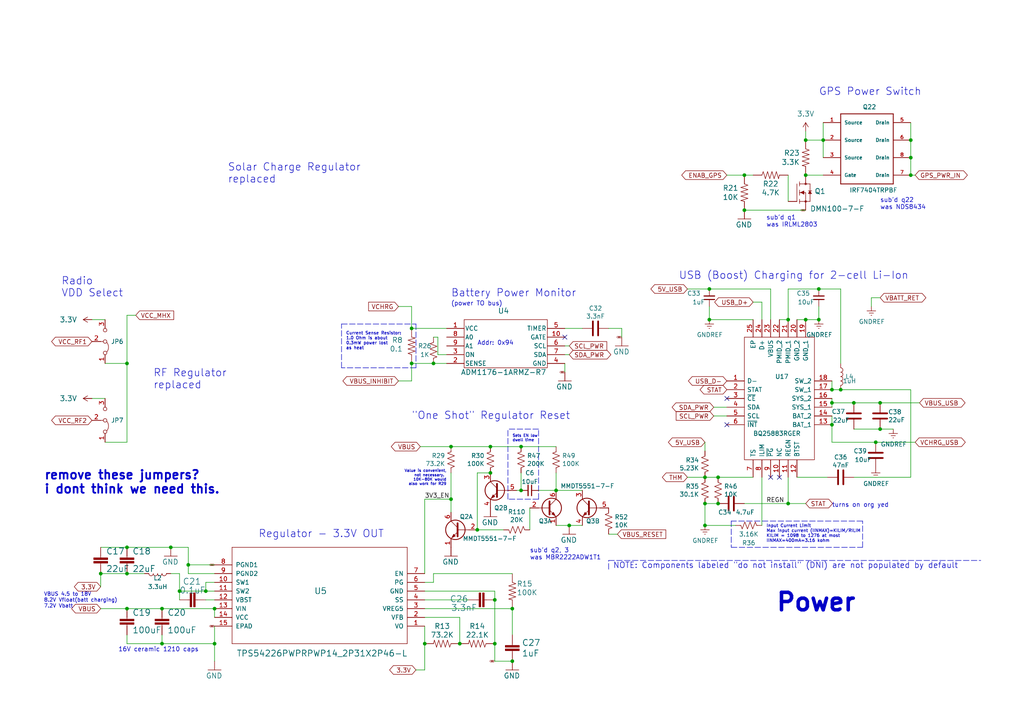
<source format=kicad_sch>
(kicad_sch (version 20211123) (generator eeschema)
  (paper "A4")
  (title_block (title "PyCubed Mainboard") (date "2021-06-09") (rev "v05c") (company "Max Holliday"))
  (lib_symbols
    (symbol "mainboard-rescue:C-Device-mainboard-rescue" (pin_numbers hide) (pin_names (offset 0.254))
      (property "Reference" "C" (at 0.635 2.54 0))
      (property "Value" "C-Device-mainboard-rescue" (at 0.635 -2.54 0))
      (symbol "C-Device-mainboard-rescue_1_1"
        (pin passive line (at 0 3.81 270) (length 2.794) (name "~") (number "1"))
        (pin passive line (at 0 -3.81 90) (length 2.794) (name "~") (number "2"))
      )
    )
    (symbol "mainboard-rescue:C_Small-Device-mainboard-rescue" (pin_numbers hide) (pin_names (offset 0.254) hide)
      (property "Reference" "C" (at 0.254 1.778 0))
      (property "Value" "C_Small-Device-mainboard-rescue" (at 0.254 -2.032 0))
      (symbol "C_Small-Device-mainboard-rescue_1_1"
        (pin passive line (at 0 2.54 270) (length 2.032) (name "~") (number "1"))
        (pin passive line (at 0 -2.54 90) (length 2.032) (name "~") (number "2"))
      )
    )
    (symbol "mainboard-rescue:GNDREF-power-mainboard-rescue" (power) (pin_names (offset 0))
      (property "Value" "GNDREF-power-mainboard-rescue" (at 0 -3.81 0))
      (symbol "GNDREF-power-mainboard-rescue_1_1"
        (pin power_in line (at 0 0 270) (length 0) hide (name "GNDREF") (number "1"))
      )
    )
    (symbol "mainboard-rescue:Jumper_3_Bridged12-Jumper-mainboard-rescue" (pin_names (offset 0) hide)
      (property "Reference" "JP" (at -2.54 -2.54 0))
      (property "Value" "Jumper_3_Bridged12-Jumper-mainboard-rescue" (at 0 2.794 0))
      (symbol "Jumper_3_Bridged12-Jumper-mainboard-rescue_1_1"
        (pin passive line (at -6.35 0 0) (length 2.54) (name "A") (number "1"))
        (pin input line (at 0 -3.81 90) (length 2.54) (name "C") (number "2"))
        (pin passive line (at 6.35 0 180) (length 2.54) (name "B") (number "3"))
      )
    )
    (symbol "mainboard-rescue:L-Device-mainboard-rescue" (pin_numbers hide) (pin_names (offset 1.016) hide)
      (property "Reference" "L" (at -1.27 0 90))
      (property "Value" "L-Device-mainboard-rescue" (at 1.905 0 90))
      (symbol "L-Device-mainboard-rescue_1_1"
        (pin passive line (at 0 3.81 270) (length 1.27) (name "1") (number "1"))
        (pin passive line (at 0 -3.81 90) (length 1.27) (name "2") (number "2"))
      )
    )
    (symbol "mainboard-rescue:MBT2222ADW1T1-Transistor_BJT-mainboard-rescue" (pin_names (offset 0) hide)
      (property "Reference" "Q" (at 5.08 1.27 0))
      (property "Value" "MBT2222ADW1T1-Transistor_BJT-mainboard-rescue" (at 5.08 -1.27 0))
      (symbol "MBT2222ADW1T1-Transistor_BJT-mainboard-rescue_1_1"
        (pin passive line (at 2.54 -5.08 90) (length 2.54) (name "E1") (number "1"))
        (pin input line (at -5.08 0 0) (length 2.54) (name "B1") (number "2"))
        (pin passive line (at 2.54 5.08 270) (length 2.54) (name "C1") (number "6"))
      )
      (symbol "MBT2222ADW1T1-Transistor_BJT-mainboard-rescue_2_1"
        (pin passive line (at 2.54 5.08 270) (length 2.54) (name "C2") (number "3"))
        (pin passive line (at 2.54 -5.08 90) (length 2.54) (name "E2") (number "4"))
        (pin input line (at -5.08 0 0) (length 2.54) (name "B2") (number "5"))
      )
    )
    (symbol "mainboard-rescue:R_US-Device-mainboard-rescue" (pin_numbers hide) (pin_names (offset 0))
      (property "Reference" "R" (at 2.54 0 90))
      (property "Value" "R_US-Device-mainboard-rescue" (at -2.54 0 90))
      (symbol "R_US-Device-mainboard-rescue_1_1"
        (pin passive line (at 0 3.81 270) (length 1.27) (name "~") (number "1"))
        (pin passive line (at 0 -3.81 90) (length 1.27) (name "~") (number "2"))
      )
    )
    (symbol "mainboard:1.0UF-0603-16V-10%" (pin_names (offset 1.016))
      (property "Reference" "C" (at 1.524 2.921 0))
      (property "Value" "1.0UF-0603-16V-10%" (at 1.524 -2.159 0))
      (symbol "1.0UF-0603-16V-10%_1_0"
        (pin passive line (at 0 5.08 270) (length 2.54) (name "1") (number "1"))
        (pin passive line (at 0 -2.54 90) (length 2.54) (name "2") (number "2"))
      )
    )
    (symbol "mainboard:22UF-0805-6.3V-20%" (pin_names (offset 1.016))
      (property "Reference" "C" (at 1.524 2.921 0))
      (property "Value" "22UF-0805-6.3V-20%" (at 1.524 -2.159 0))
      (symbol "22UF-0805-6.3V-20%_1_0"
        (pin passive line (at 0 5.08 270) (length 2.54) (name "1") (number "1"))
        (pin passive line (at 0 -2.54 90) (length 2.54) (name "2") (number "2"))
      )
    )
    (symbol "mainboard:22UF-1210-16V-20%" (pin_names (offset 1.016))
      (property "Reference" "C" (at 1.524 2.921 0))
      (property "Value" "22UF-1210-16V-20%" (at 1.524 -2.159 0))
      (symbol "22UF-1210-16V-20%_1_0"
        (pin passive line (at 0 5.08 270) (length 2.54) (name "1") (number "1"))
        (pin passive line (at 0 -2.54 90) (length 2.54) (name "2") (number "2"))
      )
    )
    (symbol "mainboard:3.3NF-0603-100V-10%" (pin_names (offset 1.016))
      (property "Reference" "C" (at 1.524 2.921 0))
      (property "Value" "3.3NF-0603-100V-10%" (at 1.524 -2.159 0))
      (symbol "3.3NF-0603-100V-10%_1_0"
        (pin passive line (at 0 5.08 270) (length 2.54) (name "1") (number "1"))
        (pin passive line (at 0 -2.54 90) (length 2.54) (name "2") (number "2"))
      )
    )
    (symbol "mainboard:3.3V" (power) (pin_names (offset 1.016))
      (property "Value" "3.3V" (at -1.016 3.556 0))
      (symbol "3.3V_1_0"
        (pin power_in line (at 0 0 90) (length 2.54) (name "3.3V") (number "1"))
      )
    )
    (symbol "mainboard:ADM1176-1ARMZ-R7" (pin_names (offset 0.254))
      (property "Reference" "U?" (at 19.05 -10.16 0))
      (property "Value" "ADM1176-1ARMZ-R7" (at 20.32 -26.67 0))
      (symbol "ADM1176-1ARMZ-R7_1_0"
        (pin unspecified line (at 2.54 -13.97 0) (length 5.08) (name "VCC") (number "1"))
        (pin unspecified line (at 36.83 -16.51 180) (length 5.08) (name "GATE") (number "10"))
        (pin unspecified line (at 2.54 -24.13 0) (length 5.08) (name "SENSE") (number "2"))
        (pin unspecified line (at 2.54 -21.59 0) (length 5.08) (name "ON") (number "3"))
        (pin unspecified line (at 36.83 -24.13 180) (length 5.08) (name "GND") (number "4"))
        (pin unspecified line (at 36.83 -13.97 180) (length 5.08) (name "TIMER") (number "5"))
        (pin unspecified line (at 36.83 -19.05 180) (length 5.08) (name "SCL") (number "6"))
        (pin unspecified line (at 36.83 -21.59 180) (length 5.08) (name "SDA") (number "7"))
        (pin unspecified line (at 2.54 -16.51 0) (length 5.08) (name "A0") (number "8"))
        (pin unspecified line (at 2.54 -19.05 0) (length 5.08) (name "A1") (number "9"))
      )
    )
    (symbol "mainboard:BQ25883RGER" (pin_names (offset 0.762))
      (property "Reference" "IC" (at 26.67 17.78 0))
      (property "Value" "BQ25883RGER" (at 26.67 15.24 0))
      (symbol "BQ25883RGER_0_0"
        (pin bidirectional line (at 0 0 0) (length 5.08) (name "D-") (number "1"))
        (pin bidirectional line (at 15.24 -27.94 90) (length 5.08) (name "NC") (number "10"))
        (pin bidirectional line (at 17.78 -27.94 90) (length 5.08) (name "REGN") (number "11"))
        (pin bidirectional line (at 20.32 -27.94 90) (length 5.08) (name "BTST") (number "12"))
        (pin bidirectional line (at 30.48 -12.7 180) (length 5.08) (name "BAT_1") (number "13"))
        (pin bidirectional line (at 30.48 -10.16 180) (length 5.08) (name "BAT_2") (number "14"))
        (pin bidirectional line (at 30.48 -7.62 180) (length 5.08) (name "SYS_1") (number "15"))
        (pin bidirectional line (at 30.48 -5.08 180) (length 5.08) (name "SYS_2") (number "16"))
        (pin bidirectional line (at 30.48 -2.54 180) (length 5.08) (name "SW_1") (number "17"))
        (pin bidirectional line (at 30.48 0 180) (length 5.08) (name "SW_2") (number "18"))
        (pin bidirectional line (at 22.86 17.78 270) (length 5.08) (name "GND_1") (number "19"))
        (pin bidirectional line (at 0 -2.54 0) (length 5.08) (name "STAT") (number "2"))
        (pin bidirectional line (at 20.32 17.78 270) (length 5.08) (name "GND_2") (number "20"))
        (pin bidirectional line (at 17.78 17.78 270) (length 5.08) (name "PMID_1") (number "21"))
        (pin bidirectional line (at 15.24 17.78 270) (length 5.08) (name "PMID_2") (number "22"))
        (pin bidirectional line (at 12.7 17.78 270) (length 5.08) (name "VBUS") (number "23"))
        (pin bidirectional line (at 10.16 17.78 270) (length 5.08) (name "D+") (number "24"))
        (pin bidirectional line (at 7.62 17.78 270) (length 5.08) (name "EP") (number "25"))
        (pin bidirectional line (at 0 -5.08 0) (length 5.08) (name "~{CE}") (number "3"))
        (pin bidirectional line (at 0 -7.62 0) (length 5.08) (name "SDA") (number "4"))
        (pin bidirectional line (at 0 -10.16 0) (length 5.08) (name "SCL") (number "5"))
        (pin bidirectional line (at 0 -12.7 0) (length 5.08) (name "~{INT}") (number "6"))
        (pin bidirectional line (at 7.62 -27.94 90) (length 5.08) (name "TS") (number "7"))
        (pin bidirectional line (at 10.16 -27.94 90) (length 5.08) (name "ILIM") (number "8"))
        (pin bidirectional line (at 12.7 -27.94 90) (length 5.08) (name "~{PG}") (number "9"))
      )
    )
    (symbol "mainboard:GND" (power) (pin_names (offset 1.016))
      (property "Value" "GND" (at -2.54 -2.54 0))
      (symbol "GND_1_0"
        (pin power_in line (at 0 2.54 270) (length 2.54) (name "GND") (number "1"))
      )
    )
    (symbol "mainboard:IRLML2803TRPBF" (pin_names (offset 1.016))
      (property "Reference" "Q" (at -11.43 1.27 0))
      (property "Value" "IRLML2803TRPBF" (at -11.43 3.81 0))
      (symbol "IRLML2803TRPBF_1_0"
        (pin passive line (at -2.54 -2.54 0) (length 2.54) (name "G") (number "1"))
        (pin passive line (at 2.54 -5.08 90) (length 2.54) (name "S") (number "2"))
        (pin passive line (at 2.54 5.08 270) (length 2.54) (name "D") (number "3"))
      )
    )
    (symbol "mainboard:NDS8434" (pin_names (offset 1.016))
      (symbol "NDS8434_0_0"
        (pin bidirectional line (at -12.7 7.62 0) (length 5.08) (name "Source") (number "1"))
        (pin bidirectional line (at -12.7 2.54 0) (length 5.08) (name "Source") (number "2"))
        (pin bidirectional line (at -12.7 -2.54 0) (length 5.08) (name "Source") (number "3"))
        (pin bidirectional line (at -12.7 -7.62 0) (length 5.08) (name "Gate") (number "4"))
        (pin bidirectional line (at 12.7 7.62 180) (length 5.08) (name "Drain") (number "5"))
        (pin bidirectional line (at 12.7 2.54 180) (length 5.08) (name "Drain") (number "6"))
        (pin bidirectional line (at 12.7 -7.62 180) (length 5.08) (name "Drain") (number "7"))
        (pin bidirectional line (at 12.7 -2.54 180) (length 5.08) (name "Drain") (number "8"))
      )
    )
    (symbol "mainboard:R-US_R0603" (pin_names (offset 1.016))
      (property "Reference" "R" (at -3.81 1.4986 0))
      (property "Value" "R-US_R0603" (at -3.81 -3.302 0))
      (symbol "R-US_R0603_1_0"
        (pin passive line (at -5.08 0 0) (length 2.54) (name "1") (number "1"))
        (pin passive line (at 5.08 0 180) (length 2.54) (name "2") (number "2"))
      )
    )
    (symbol "mainboard:R-US_R2512" (pin_names (offset 1.016))
      (property "Reference" "R" (at -3.81 1.4986 0))
      (property "Value" "R-US_R2512" (at -3.81 -3.302 0))
      (symbol "R-US_R2512_1_0"
        (pin passive line (at -5.08 0 0) (length 2.54) (name "1") (number "1"))
        (pin passive line (at 5.08 0 180) (length 2.54) (name "2") (number "2"))
      )
    )
    (symbol "mainboard:TPS54226PWPRPWP14_2P31X2P46-L" (pin_names (offset 1.016))
      (property "Reference" "U" (at 28.2956 9.1186 0))
      (property "Value" "TPS54226PWPRPWP14_2P31X2P46-L" (at 27.6606 6.5786 0))
      (symbol "TPS54226PWPRPWP14_2P31X2P46-L_1_0"
        (pin output line (at 2.54 0 0) (length 5.08) (name "VO") (number "1"))
        (pin passive line (at 63.5 -12.7 180) (length 5.08) (name "SW1") (number "10"))
        (pin passive line (at 63.5 -10.16 180) (length 5.08) (name "SW2") (number "11"))
        (pin input line (at 63.5 -7.62 180) (length 5.08) (name "VBST") (number "12"))
        (pin input line (at 63.5 -5.08 180) (length 5.08) (name "VIN") (number "13"))
        (pin input line (at 63.5 -2.54 180) (length 5.08) (name "VCC") (number "14"))
        (pin passive line (at 63.5 0 180) (length 5.08) (name "EPAD") (number "15"))
        (pin input line (at 2.54 -2.54 0) (length 5.08) (name "VFB") (number "2"))
        (pin output line (at 2.54 -5.08 0) (length 5.08) (name "VREG5") (number "3"))
        (pin passive line (at 2.54 -7.62 0) (length 5.08) (name "SS") (number "4"))
        (pin power_in line (at 2.54 -10.16 0) (length 5.08) (name "GND") (number "5"))
        (pin output line (at 2.54 -12.7 0) (length 5.08) (name "PG") (number "6"))
        (pin input line (at 2.54 -15.24 0) (length 5.08) (name "EN") (number "7"))
        (pin power_in line (at 63.5 -17.78 180) (length 5.08) (name "PGND1") (number "8"))
        (pin power_in line (at 63.5 -15.24 180) (length 5.08) (name "PGND2") (number "9"))
      )
    )
  )
  (junction (at 215.9 50.8))
  (junction (at 247.65 116.84))
  (junction (at 215.9 60.96))
  (junction (at 254 128.27))
  (junction (at 237.49 83.82))
  (junction (at 36.83 105.41))
  (junction (at 205.74 92.71))
  (junction (at 208.28 146.05))
  (junction (at 36.83 166.37))
  (junction (at 233.68 50.8))
  (junction (at 62.23 186.69))
  (junction (at 165.1 152.4))
  (junction (at 238.76 40.64))
  (junction (at 204.47 146.05))
  (junction (at 59.69 171.45))
  (junction (at 151.13 129.54))
  (junction (at 143.51 173.99))
  (junction (at 46.99 176.53))
  (junction (at 204.47 138.43))
  (junction (at 119.38 95.25))
  (junction (at 208.28 138.43))
  (junction (at 52.07 171.45))
  (junction (at 205.74 83.82))
  (junction (at 46.99 186.69))
  (junction (at 148.59 191.77))
  (junction (at 151.13 142.24))
  (junction (at 119.38 105.41))
  (junction (at 123.19 186.69))
  (junction (at 54.61 163.83))
  (junction (at 233.68 92.71))
  (junction (at 143.51 186.69))
  (junction (at 204.47 152.4))
  (junction (at 148.59 176.53))
  (junction (at 142.24 129.54))
  (junction (at 241.3 113.03))
  (junction (at 241.3 123.19))
  (junction (at 29.21 166.37))
  (junction (at 62.23 176.53))
  (junction (at 130.81 144.78))
  (junction (at 130.81 129.54))
  (junction (at 255.27 116.84))
  (junction (at 161.29 142.24))
  (junction (at 36.83 176.53))
  (junction (at 138.43 153.67))
  (junction (at 243.84 113.03))
  (junction (at 125.73 105.41))
  (junction (at 255.27 124.46))
  (junction (at 264.16 50.8))
  (junction (at 264.16 40.64))
  (junction (at 36.83 158.75))
  (junction (at 233.68 40.64))
  (junction (at 142.24 137.16))
  (junction (at 237.49 92.71))
  (junction (at 228.6 146.05))
  (junction (at 133.35 186.69))
  (junction (at 264.16 45.72))
  (junction (at 49.53 158.75))
  (junction (at 228.6 92.71))
  (junction (at 241.3 116.84))
  (no_connect (at 210.82 123.19))
  (no_connect (at 163.83 97.79))
  (no_connect (at 223.52 138.43))
  (no_connect (at 226.06 138.43))
  (no_connect (at 210.82 115.57))
  (wire (pts (xy 54.61 166.37) (xy 62.23 166.37)))
  (wire (pts (xy 62.23 168.91) (xy 59.69 168.91)))
  (polyline (pts (xy 99.06 93.98) (xy 120.65 93.98)))
  (wire (pts (xy 138.43 137.16) (xy 142.24 137.16)))
  (wire (pts (xy 29.21 170.18) (xy 29.21 166.37)))
  (wire (pts (xy 264.16 50.8) (xy 265.43 50.8)))
  (polyline (pts (xy 120.65 93.98) (xy 120.65 106.68)))
  (wire (pts (xy 36.83 158.75) (xy 49.53 158.75)))
  (wire (pts (xy 46.99 186.69) (xy 46.99 184.15)))
  (wire (pts (xy 264.16 35.56) (xy 264.16 40.64)))
  (wire (pts (xy 119.38 95.25) (xy 129.54 95.25)))
  (wire (pts (xy 148.59 166.37) (xy 125.73 166.37)))
  (wire (pts (xy 231.14 92.71) (xy 233.68 92.71)))
  (wire (pts (xy 218.44 50.8) (xy 215.9 50.8)))
  (wire (pts (xy 36.83 176.53) (xy 29.21 176.53)))
  (wire (pts (xy 254 128.27) (xy 265.43 128.27)))
  (wire (pts (xy 130.81 144.78) (xy 130.81 148.59)))
  (polyline (pts (xy 156.21 144.78) (xy 156.21 124.46)))
  (wire (pts (xy 264.16 45.72) (xy 264.16 50.8)))
  (wire (pts (xy 205.74 88.9) (xy 205.74 92.71)))
  (wire (pts (xy 123.19 181.61) (xy 123.19 186.69)))
  (wire (pts (xy 26.67 92.71) (xy 30.48 92.71)))
  (wire (pts (xy 143.51 191.77) (xy 143.51 186.69)))
  (wire (pts (xy 233.68 40.64) (xy 233.68 38.1)))
  (wire (pts (xy 208.28 138.43) (xy 204.47 138.43)))
  (wire (pts (xy 179.07 154.94) (xy 176.53 154.94)))
  (wire (pts (xy 243.84 83.82) (xy 237.49 83.82)))
  (wire (pts (xy 133.35 179.07) (xy 133.35 186.69)))
  (wire (pts (xy 215.9 146.05) (xy 228.6 146.05)))
  (wire (pts (xy 52.07 171.45) (xy 52.07 166.37)))
  (wire (pts (xy 36.83 186.69) (xy 36.83 184.15)))
  (wire (pts (xy 163.83 107.95) (xy 163.83 105.41)))
  (wire (pts (xy 233.68 92.71) (xy 237.49 92.71)))
  (wire (pts (xy 36.83 128.27) (xy 36.83 105.41)))
  (wire (pts (xy 168.91 152.4) (xy 165.1 152.4)))
  (wire (pts (xy 165.1 152.4) (xy 161.29 152.4)))
  (wire (pts (xy 62.23 181.61) (xy 62.23 186.69)))
  (wire (pts (xy 210.82 118.11) (xy 207.01 118.11)))
  (wire (pts (xy 46.99 176.53) (xy 62.23 176.53)))
  (wire (pts (xy 228.6 146.05) (xy 233.68 146.05)))
  (wire (pts (xy 153.67 153.67) (xy 153.67 147.32)))
  (wire (pts (xy 30.48 128.27) (xy 36.83 128.27)))
  (wire (pts (xy 146.05 153.67) (xy 138.43 153.67)))
  (wire (pts (xy 125.73 168.91) (xy 123.19 168.91)))
  (polyline (pts (xy 176.53 165.1) (xy 176.53 162.56)))
  (wire (pts (xy 247.65 124.46) (xy 255.27 124.46)))
  (wire (pts (xy 123.19 179.07) (xy 133.35 179.07)))
  (wire (pts (xy 143.51 173.99) (xy 143.51 186.69)))
  (wire (pts (xy 255.27 124.46) (xy 259.08 124.46)))
  (wire (pts (xy 161.29 137.16) (xy 161.29 142.24)))
  (wire (pts (xy 241.3 120.65) (xy 241.3 123.19)))
  (wire (pts (xy 204.47 152.4) (xy 213.36 152.4)))
  (wire (pts (xy 204.47 146.05) (xy 204.47 152.4)))
  (wire (pts (xy 264.16 40.64) (xy 264.16 45.72)))
  (wire (pts (xy 168.91 142.24) (xy 161.29 142.24)))
  (wire (pts (xy 226.06 92.71) (xy 228.6 92.71)))
  (wire (pts (xy 127 97.79) (xy 125.73 97.79)))
  (wire (pts (xy 228.6 138.43) (xy 228.6 146.05)))
  (wire (pts (xy 30.48 105.41) (xy 36.83 105.41)))
  (wire (pts (xy 176.53 95.25) (xy 180.34 95.25)))
  (wire (pts (xy 237.49 88.9) (xy 237.49 92.71)))
  (wire (pts (xy 247.65 138.43) (xy 264.16 138.43)))
  (wire (pts (xy 247.65 116.84) (xy 255.27 116.84)))
  (wire (pts (xy 46.99 186.69) (xy 62.23 186.69)))
  (polyline (pts (xy 99.06 106.68) (xy 99.06 93.98)))
  (wire (pts (xy 247.65 116.84) (xy 241.3 116.84)))
  (wire (pts (xy 36.83 186.69) (xy 46.99 186.69)))
  (wire (pts (xy 36.83 105.41) (xy 36.83 91.44)))
  (polyline (pts (xy 147.32 144.78) (xy 147.32 124.46)))
  (wire (pts (xy 62.23 163.83) (xy 54.61 163.83)))
  (wire (pts (xy 205.74 92.71) (xy 218.44 92.71)))
  (wire (pts (xy 241.3 113.03) (xy 243.84 113.03)))
  (wire (pts (xy 243.84 113.03) (xy 264.16 113.03)))
  (wire (pts (xy 238.76 40.64) (xy 238.76 35.56)))
  (wire (pts (xy 220.98 152.4) (xy 220.98 138.43)))
  (wire (pts (xy 254 128.27) (xy 241.3 128.27)))
  (wire (pts (xy 123.19 176.53) (xy 148.59 176.53)))
  (wire (pts (xy 233.68 60.96) (xy 215.9 60.96)))
  (wire (pts (xy 130.81 137.16) (xy 130.81 144.78)))
  (wire (pts (xy 125.73 166.37) (xy 125.73 168.91)))
  (wire (pts (xy 119.38 95.25) (xy 119.38 88.9)))
  (wire (pts (xy 223.52 92.71) (xy 223.52 83.82)))
  (wire (pts (xy 241.3 115.57) (xy 241.3 116.84)))
  (wire (pts (xy 149.86 142.24) (xy 151.13 142.24)))
  (wire (pts (xy 119.38 105.41) (xy 125.73 105.41)))
  (wire (pts (xy 165.1 100.33) (xy 163.83 100.33)))
  (wire (pts (xy 215.9 50.8) (xy 210.82 50.8)))
  (wire (pts (xy 241.3 128.27) (xy 241.3 123.19)))
  (wire (pts (xy 115.57 110.49) (xy 119.38 110.49)))
  (wire (pts (xy 123.19 166.37) (xy 123.19 144.78)))
  (wire (pts (xy 62.23 173.99) (xy 59.69 173.99)))
  (polyline (pts (xy 176.53 162.56) (xy 284.48 162.56)))
  (wire (pts (xy 138.43 153.67) (xy 138.43 137.16)))
  (wire (pts (xy 143.51 171.45) (xy 143.51 173.99)))
  (wire (pts (xy 127 102.87) (xy 129.54 102.87)))
  (wire (pts (xy 238.76 45.72) (xy 238.76 40.64)))
  (wire (pts (xy 59.69 171.45) (xy 59.69 168.91)))
  (wire (pts (xy 218.44 138.43) (xy 208.28 138.43)))
  (wire (pts (xy 228.6 83.82) (xy 228.6 92.71)))
  (wire (pts (xy 127 102.87) (xy 127 97.79)))
  (wire (pts (xy 130.81 129.54) (xy 142.24 129.54)))
  (wire (pts (xy 54.61 163.83) (xy 54.61 166.37)))
  (wire (pts (xy 49.53 158.75) (xy 54.61 158.75)))
  (wire (pts (xy 125.73 105.41) (xy 129.54 105.41)))
  (polyline (pts (xy 120.65 106.68) (xy 99.06 106.68)))
  (polyline (pts (xy 212.09 151.13) (xy 212.09 158.75)))
  (wire (pts (xy 237.49 83.82) (xy 228.6 83.82)))
  (wire (pts (xy 29.21 166.37) (xy 36.83 166.37)))
  (wire (pts (xy 151.13 129.54) (xy 161.29 129.54)))
  (wire (pts (xy 255.27 116.84) (xy 266.7 116.84)))
  (polyline (pts (xy 250.19 151.13) (xy 212.09 151.13)))
  (wire (pts (xy 62.23 179.07) (xy 62.23 176.53)))
  (wire (pts (xy 121.92 129.54) (xy 130.81 129.54)))
  (wire (pts (xy 123.19 144.78) (xy 130.81 144.78)))
  (polyline (pts (xy 250.19 158.75) (xy 250.19 151.13)))
  (wire (pts (xy 241.3 110.49) (xy 241.3 113.03)))
  (wire (pts (xy 143.51 191.77) (xy 148.59 191.77)))
  (wire (pts (xy 205.74 83.82) (xy 199.39 83.82)))
  (wire (pts (xy 252.73 88.9) (xy 252.73 86.36)))
  (wire (pts (xy 36.83 91.44) (xy 39.37 91.44)))
  (wire (pts (xy 142.24 129.54) (xy 151.13 129.54)))
  (wire (pts (xy 52.07 173.99) (xy 52.07 171.45)))
  (wire (pts (xy 210.82 120.65) (xy 207.01 120.65)))
  (wire (pts (xy 151.13 137.16) (xy 151.13 142.24)))
  (wire (pts (xy 156.21 142.24) (xy 161.29 142.24)))
  (wire (pts (xy 228.6 58.42) (xy 228.6 50.8)))
  (wire (pts (xy 36.83 166.37) (xy 41.91 166.37)))
  (wire (pts (xy 204.47 128.27) (xy 204.47 130.81)))
  (wire (pts (xy 243.84 105.41) (xy 243.84 83.82)))
  (wire (pts (xy 62.23 171.45) (xy 59.69 171.45)))
  (wire (pts (xy 208.28 146.05) (xy 204.47 146.05)))
  (wire (pts (xy 26.67 115.57) (xy 30.48 115.57)))
  (wire (pts (xy 168.91 95.25) (xy 163.83 95.25)))
  (wire (pts (xy 231.14 138.43) (xy 240.03 138.43)))
  (wire (pts (xy 62.23 186.69) (xy 62.23 191.77)))
  (wire (pts (xy 223.52 83.82) (xy 205.74 83.82)))
  (wire (pts (xy 29.21 158.75) (xy 36.83 158.75)))
  (polyline (pts (xy 156.21 124.46) (xy 147.32 124.46)))
  (wire (pts (xy 148.59 176.53) (xy 148.59 184.15)))
  (wire (pts (xy 123.19 194.31) (xy 120.65 194.31)))
  (wire (pts (xy 119.38 105.41) (xy 119.38 110.49)))
  (wire (pts (xy 115.57 88.9) (xy 119.38 88.9)))
  (wire (pts (xy 241.3 116.84) (xy 241.3 118.11)))
  (wire (pts (xy 238.76 50.8) (xy 233.68 50.8)))
  (wire (pts (xy 123.19 186.69) (xy 123.19 194.31)))
  (wire (pts (xy 36.83 176.53) (xy 46.99 176.53)))
  (wire (pts (xy 218.44 87.63) (xy 220.98 87.63)))
  (wire (pts (xy 264.16 113.03) (xy 264.16 138.43)))
  (wire (pts (xy 123.19 173.99) (xy 135.89 173.99)))
  (wire (pts (xy 252.73 86.36) (xy 255.27 86.36)))
  (wire (pts (xy 180.34 97.79) (xy 180.34 95.25)))
  (wire (pts (xy 165.1 102.87) (xy 163.83 102.87)))
  (wire (pts (xy 220.98 87.63) (xy 220.98 92.71)))
  (wire (pts (xy 54.61 158.75) (xy 54.61 163.83)))
  (polyline (pts (xy 156.21 144.78) (xy 147.32 144.78)))
  (wire (pts (xy 204.47 138.43) (xy 199.39 138.43)))
  (wire (pts (xy 59.69 171.45) (xy 52.07 171.45)))
  (wire (pts (xy 238.76 40.64) (xy 233.68 40.64)))
  (wire (pts (xy 123.19 171.45) (xy 143.51 171.45)))
  (polyline (pts (xy 212.09 158.75) (xy 250.19 158.75)))
  (wire (pts (xy 49.53 166.37) (xy 52.07 166.37)))
  (text "(power TO bus)" (at 130.81 88.9 0) (effects (font (size 1.27 1.27)) (justify left bottom)))
  (text "Value is convenient,\nnot necessary. \n10K-80K would\nalso work for R29" (at 129.54 140.97 0) (effects (font (size 0.7874 0.7874)) (justify right bottom)))
  (text "Input Current Limit\nMax input current (IINMAX)=KILIM/RILIM\nKILIM = 1098 to 1276 at most\nIINMAX=400mA=3.16 kohm" (at 222.25 157.48 0) (effects (font (size 0.889 0.889)) (justify left bottom)))
  (text "USB (Boost) Charging for 2-cell Li-Ion" (at 196.85 81.28 0) (effects (font (size 2.159 2.159)) (justify left bottom)))
  (text "Battery Power Monitor" (at 130.81 86.36 0) (effects (font (size 2.159 2.159)) (justify left bottom)))
  (text "Addr: 0x94" (at 138.43 100.33 0) (effects (font (size 1.27 1.27)) (justify left bottom)))
  (text "sub'd q2, 3\nwas MBR2222ADW1T1" (at 153.67 162.56 0) (effects (font (size 1.27 1.27)) (justify left bottom)))
  (text "\"One Shot\" Regulator Reset" (at 119.38 121.92 0) (effects (font (size 2.159 2.159)) (justify left bottom)))
  (text "GPS Power Switch" (at 237.49 27.94 0) (effects (font (size 2.159 2.159)) (justify left bottom)))
  (text "sub'd q22\nwas NDS8434\n" (at 255.27 60.96 0) (effects (font (size 1.27 1.27)) (justify left bottom)))
  (text "Power" (at 224.79 177.8 0) (effects (font (size 5.08 5.08) (thickness 1.016) bold) (justify left bottom)))
  (text "16V ceramic 1210 caps" (at 34.29 189.23 0) (effects (font (size 1.27 1.27)) (justify left bottom)))
  (text "Sets EN low\ndwell time" (at 148.59 128.27 0) (effects (font (size 0.7874 0.7874)) (justify left bottom)))
  (text "turns on org yed" (at 241.3 147.32 0) (effects (font (size 1.27 1.27)) (justify left bottom)))
  (text "sub'd q1\nwas IRLML2803" (at 222.25 66.04 0) (effects (font (size 1.27 1.27)) (justify left bottom)))
  (text "NOTE: Components labeled \"do not install\" (DNI) are not populated by default" (at 177.8 165.1 0) (effects (font (size 1.651 1.651)) (justify left bottom)))
  (text "Radio\nVDD Select" (at 17.78 86.36 0) (effects (font (size 2.159 2.159)) (justify left bottom)))
  (text "Current Sense Resistor:\n1.0 Ohm is about \n0.3mW power lost\nas heat" (at 100.33 101.6 0) (effects (font (size 0.889 0.889)) (justify left bottom)))
  (text "remove these jumpers? \ni dont think we need this." (at 12.7 143.51 0) (effects (font (size 2.54 2.54) (thickness 0.508) bold) (justify left bottom)))
  (text "VBUS 4.5 to 18V\n8.2V Vfloat(batt charging)\n7.2V Vbatt" (at 12.7 176.53 0) (effects (font (size 1.0668 1.0668)) (justify left bottom)))
  (text "Regulator - 3.3V OUT" (at 74.93 156.21 0) (effects (font (size 2.159 2.159)) (justify left bottom)))
  (text "Solar Charge Regulator\nreplaced" (at 66.04 53.34 0) (effects (font (size 2.159 2.159)) (justify left bottom)))
  (text "RF Regulator\nreplaced" (at 44.45 113.03 0) (effects (font (size 2.159 2.159)) (justify left bottom)))
  (label "3V3_EN" (at 123.19 144.78 0))
  (label "REGN" (at 222.25 146.05 0))
  (global_label "GPS_PWR_IN" (shape bidirectional) (at 265.43 50.8 0) (property "Intersheet References" "${INTERSHEET_REFS}" (effects hide)))
  (global_label "5V_USB" (shape bidirectional) (at 204.47 128.27 180) (property "Intersheet References" "${INTERSHEET_REFS}" (effects hide)))
  (global_label "VCC_MHX" (shape input) (at 39.37 91.44 0) (property "Intersheet References" "${INTERSHEET_REFS}" (effects hide)))
  (global_label "STAT" (shape bidirectional) (at 210.82 113.03 180) (property "Intersheet References" "${INTERSHEET_REFS}" (effects hide)))
  (global_label "VCHRG_USB" (shape bidirectional) (at 265.43 128.27 0) (property "Intersheet References" "${INTERSHEET_REFS}" (effects hide)))
  (global_label "3.3V" (shape bidirectional) (at 120.65 194.31 180) (property "Intersheet References" "${INTERSHEET_REFS}" (effects hide)))
  (global_label "SDA_PWR" (shape bidirectional) (at 207.01 118.11 180) (property "Intersheet References" "${INTERSHEET_REFS}" (effects hide)))
  (global_label "VBUS_INHIBIT" (shape bidirectional) (at 115.57 110.49 180) (property "Intersheet References" "${INTERSHEET_REFS}" (effects hide)))
  (global_label "USB_D-" (shape bidirectional) (at 210.82 110.49 180) (property "Intersheet References" "${INTERSHEET_REFS}" (effects hide)))
  (global_label "VBUS_USB" (shape bidirectional) (at 266.7 116.84 0) (property "Intersheet References" "${INTERSHEET_REFS}" (effects hide)))
  (global_label "SCL_PWR" (shape input) (at 207.01 120.65 180) (property "Intersheet References" "${INTERSHEET_REFS}" (effects hide)))
  (global_label "GND" (shape bidirectional) (at 180.34 97.79 180) (effects (font (size 0.254 0.254))) (property "Intersheet References" "${INTERSHEET_REFS}" (effects hide)))
  (global_label "VCC_RF1" (shape bidirectional) (at 26.67 99.06 180) (property "Intersheet References" "${INTERSHEET_REFS}" (effects hide)))
  (global_label "3.3V" (shape bidirectional) (at 29.21 170.18 180) (property "Intersheet References" "${INTERSHEET_REFS}" (effects hide)))
  (global_label "SDA_PWR" (shape bidirectional) (at 165.1 102.87 0) (property "Intersheet References" "${INTERSHEET_REFS}" (effects hide)))
  (global_label "VBUS" (shape bidirectional) (at 121.92 129.54 180) (property "Intersheet References" "${INTERSHEET_REFS}" (effects hide)))
  (global_label "SCL_PWR" (shape input) (at 165.1 100.33 0) (property "Intersheet References" "${INTERSHEET_REFS}" (effects hide)))
  (global_label "USB_D+" (shape bidirectional) (at 218.44 87.63 180) (property "Intersheet References" "${INTERSHEET_REFS}" (effects hide)))
  (global_label "GND" (shape bidirectional) (at 163.83 107.95 180) (effects (font (size 0.254 0.254))) (property "Intersheet References" "${INTERSHEET_REFS}" (effects hide)))
  (global_label "VCC_RF2" (shape bidirectional) (at 26.67 121.92 180) (property "Intersheet References" "${INTERSHEET_REFS}" (effects hide)))
  (global_label "GND" (shape bidirectional) (at 233.68 60.96 180) (effects (font (size 0.254 0.254))) (property "Intersheet References" "${INTERSHEET_REFS}" (effects hide)))
  (global_label "5V_USB" (shape bidirectional) (at 199.39 83.82 180) (property "Intersheet References" "${INTERSHEET_REFS}" (effects hide)))
  (global_label "VBUS_RESET" (shape input) (at 179.07 154.94 0) (property "Intersheet References" "${INTERSHEET_REFS}" (effects hide)))
  (global_label "VBATT_RET" (shape bidirectional) (at 255.27 86.36 0) (property "Intersheet References" "${INTERSHEET_REFS}" (effects hide)))
  (global_label "GND" (shape bidirectional) (at 62.23 163.83 180) (effects (font (size 0.254 0.254))) (property "Intersheet References" "${INTERSHEET_REFS}" (effects hide)))
  (global_label "VCHRG" (shape input) (at 115.57 88.9 180) (property "Intersheet References" "${INTERSHEET_REFS}" (effects hide)))
  (global_label "STAT" (shape bidirectional) (at 233.68 146.05 0) (property "Intersheet References" "${INTERSHEET_REFS}" (effects hide)))
  (global_label "GND" (shape bidirectional) (at 143.51 191.77 180) (effects (font (size 0.254 0.254))) (property "Intersheet References" "${INTERSHEET_REFS}" (effects hide)))
  (global_label "GND" (shape bidirectional) (at 62.23 181.61 180) (effects (font (size 0.254 0.254))) (property "Intersheet References" "${INTERSHEET_REFS}" (effects hide)))
  (global_label "VBUS" (shape bidirectional) (at 29.21 176.53 180) (property "Intersheet References" "${INTERSHEET_REFS}" (effects hide)))
  (global_label "ENAB_GPS" (shape bidirectional) (at 210.82 50.8 180) (property "Intersheet References" "${INTERSHEET_REFS}" (effects hide)))
  (global_label "THM" (shape bidirectional) (at 199.39 138.43 180) (property "Intersheet References" "${INTERSHEET_REFS}" (effects hide)))
  (symbol (lib_id "mainboard:1.0UF-0603-16V-10%") (at 57.15 173.99 90) (unit 1)
    (property "Reference" "C21" (at 58.42 167.64 90) (effects (font (size 1.778 1.778)) (justify left bottom)))
    (property "Value" "0.1uF" (at 59.69 170.18 90) (effects (font (size 1.778 1.778)) (justify left bottom)))
    (property "Footprint" "Capacitor_SMD:C_0603_1608Metric" (effects hide))
  )
  (symbol (lib_id "mainboard:R-US_R0603") (at 138.43 186.69 180) (unit 1)
    (property "Reference" "R14" (at 138.43 181.61 0) (effects (font (size 1.4986 1.4986))))
    (property "Value" "22.1K" (at 138.43 184.15 0) (effects (font (size 1.4986 1.4986))))
    (property "Footprint" "Resistor_SMD:R_0603_1608Metric" (effects hide))
  )
  (symbol (lib_id "mainboard:R-US_R2512") (at 119.38 100.33 90) (unit 1)
    (property "Reference" "R8" (at 116.84 97.79 90) (effects (font (size 1.4986 1.4986)) (justify left bottom)))
    (property "Value" "0.1" (at 116.84 100.33 90) (effects (font (size 1.4986 1.4986)) (justify left bottom)))
    (property "Footprint" "Resistor_SMD:R_2512_6332Metric" (effects hide))
  )
  (symbol (lib_id "mainboard:3.3V") (at 233.68 38.1 0) (unit 1)
    (property "Reference" "#SUPPLY06" (effects hide))
    (property "Value" "3.3V" (at 233.68 33.02 0) (effects (font (size 1.4986 1.4986))))
  )
  (symbol (lib_id "mainboard:IRLML2803TRPBF") (at 231.14 55.88 0) (unit 1)
    (property "Reference" "Q1" (at 236.22 54.61 0) (effects (font (size 1.4986 1.4986)) (justify left top)))
    (property "Value" "DMN100-7-F" (at 234.95 59.69 0) (effects (font (size 1.4986 1.4986)) (justify left top)))
    (property "Footprint" "mainboard:SOT-23" (effects hide))
    (property "Flight" "DMN100-7-F" (effects hide))
  )
  (symbol (lib_id "mainboard:1.0UF-0603-16V-10%") (at 148.59 189.23 0) (unit 1)
    (property "Reference" "C27" (at 151.3332 186.4106 0) (effects (font (size 1.778 1.778)) (justify left)))
    (property "Value" "1uF" (at 151.3332 189.484 0) (effects (font (size 1.778 1.778)) (justify left)))
    (property "Footprint" "Capacitor_SMD:C_0603_1608Metric" (effects hide))
  )
  (symbol (lib_id "mainboard:22UF-0805-6.3V-20%") (at 29.21 163.83 0) (unit 1)
    (property "Reference" "C17" (at 30.734 160.909 0) (effects (font (size 1.778 1.778)) (justify left bottom)))
    (property "Value" "22uF" (at 30.734 165.989 0) (effects (font (size 1.778 1.778)) (justify left bottom)))
    (property "Footprint" "Capacitor_SMD:C_0805_2012Metric" (effects hide))
  )
  (symbol (lib_id "mainboard:R-US_R0603") (at 148.59 171.45 270) (unit 1)
    (property "Reference" "R15" (at 149.86 170.18 90) (effects (font (size 1.4986 1.4986)) (justify left bottom)))
    (property "Value" "100K" (at 149.86 172.72 90) (effects (font (size 1.4986 1.4986)) (justify left bottom)))
    (property "Footprint" "Resistor_SMD:R_0603_1608Metric" (effects hide))
  )
  (symbol (lib_id "mainboard:NDS8434") (at 251.46 43.18 0) (unit 1)
    (property "Reference" "Q22" (at 250.19 31.75 0) (effects (justify left bottom)))
    (property "Value" "IRF7404TRPBF" (at 246.38 55.88 0) (effects (justify left bottom)))
    (property "Footprint" "Package_SO:SOIC-8_3.9x4.9mm_P1.27mm" (effects hide))
    (property "Description" "P-Channel MOSFET" (effects hide))
    (property "Flight" "IRF7404TRPBF" (effects hide))
  )
  (symbol (lib_id "mainboard-rescue:L-Device-mainboard-rescue") (at 45.72 166.37 270) (unit 1)
    (property "Reference" "L2" (at 45.72 167.64 90))
    (property "Value" "3.3uH" (at 45.72 170.18 90))
    (property "Footprint" "mainboard:L_2141" (effects hide))
    (property "Datasheet" "https://datasheet.lcsc.com/lcsc/2009171412_TAI-TECH-HPC5040NF-3R3MTH_C304367.pdf" (effects hide))
    (property "Description" "3.3uH Shielded Inductor" (effects hide))
    (property "Flight" "SPM5030T-3R3M-HZ" (effects hide))
    (property "Manufacturer_Name" "TAI-TECH" (effects hide))
    (property "Manufacturer_Part_Number" "HPC5040NF-3R3MTH" (effects hide))
    (property "Proto" "HPC5040NF-3R3MTH" (effects hide))
  )
  (symbol (lib_id "mainboard-rescue:C-Device-mainboard-rescue") (at 243.84 138.43 270) (unit 1)
    (property "Reference" "C36" (at 243.84 132.6134 90))
    (property "Value" "47nF" (at 243.84 134.9248 90))
    (property "Footprint" "Capacitor_SMD:C_0603_1608Metric" (effects hide))
  )
  (symbol (lib_id "mainboard-rescue:C-Device-mainboard-rescue") (at 247.65 120.65 180) (unit 1)
    (property "Reference" "C37" (at 245.11 119.38 0) (effects (justify left)))
    (property "Value" "22uF" (at 246.38 121.92 0) (effects (justify left)))
    (property "Footprint" "Capacitor_SMD:C_0805_2012Metric" (effects hide))
  )
  (symbol (lib_id "mainboard-rescue:C-Device-mainboard-rescue") (at 254 132.08 180) (unit 1)
    (property "Reference" "C39" (at 251.46 130.81 0) (effects (justify left)))
    (property "Value" "10uF" (at 252.73 133.35 0) (effects (justify left)))
    (property "Footprint" "Capacitor_SMD:C_0805_2012Metric" (effects hide))
  )
  (symbol (lib_id "mainboard-rescue:C-Device-mainboard-rescue") (at 212.09 146.05 270) (unit 1)
    (property "Reference" "C34" (at 208.28 148.59 90) (effects (justify left)))
    (property "Value" "4.7uF" (at 213.36 148.59 90) (effects (justify left)))
    (property "Footprint" "Capacitor_SMD:C_0805_2012Metric" (effects hide))
  )
  (symbol (lib_id "mainboard-rescue:C_Small-Device-mainboard-rescue") (at 205.74 86.36 180) (unit 1)
    (property "Reference" "C33" (at 203.2 85.09 0) (effects (justify left)))
    (property "Value" "1uF" (at 204.47 87.63 0) (effects (justify left)))
    (property "Footprint" "Capacitor_SMD:C_0603_1608Metric" (effects hide))
  )
  (symbol (lib_id "mainboard-rescue:L-Device-mainboard-rescue") (at 243.84 109.22 0) (unit 1)
    (property "Reference" "L4" (at 246.38 109.22 0))
    (property "Value" "1uH" (at 246.38 110.49 0))
    (property "Footprint" "mainboard:L_2510" (effects hide))
    (property "Datasheet" "https://datasheet.lcsc.com/lcsc/1912111437_PSA-Prosperity-Dielectrics-MCS25GD-1R0MMP_C375955.pdf" (effects hide))
    (property "Description" "1uH Shielded Inductor" (effects hide))
    (property "Flight" "DFE252012F-1R0M" (effects hide))
    (property "Manufacturer_Name" "Prosperity Dielectrics" (effects hide))
    (property "Manufacturer_Part_Number" "MCS25GD-1R0MMP" (effects hide))
    (property "Proto" "MCS25GD-1R0MMP" (effects hide))
  )
  (symbol (lib_id "mainboard:ADM1176-1ARMZ-R7") (at 127 81.28 0) (unit 1)
    (property "Reference" "U4" (at 146.05 90.17 0) (effects (font (size 1.524 1.524))))
    (property "Value" "ADM1176-1ARMZ-R7" (at 146.05 107.95 0) (effects (font (size 1.524 1.524))))
    (property "Footprint" "mainboard:ADM1176-1ARMZ-R7" (effects hide))
    (property "Datasheet" "https://www.analog.com/media/en/technical-documentation/data-sheets/ADM1176.pdf" (effects hide))
    (property "Description" "Power Monitor" (effects hide))
    (property "Flight" "ADM1176-1ARMZ-R7" (effects hide))
    (property "Manufacturer_Name" "Analog Devices Inc." (effects hide))
    (property "Manufacturer_Part_Number" "ADM1176-1ARMZ-R7" (effects hide))
    (property "Proto" "ADM1176-1ARMZ-R7" (effects hide))
  )
  (symbol (lib_id "mainboard-rescue:C_Small-Device-mainboard-rescue") (at 237.49 86.36 180) (unit 1)
    (property "Reference" "C35" (at 234.95 85.09 0) (effects (justify left)))
    (property "Value" "10uF" (at 236.22 87.63 0) (effects (justify left)))
    (property "Footprint" "Capacitor_SMD:C_0805_2012Metric" (effects hide))
  )
  (symbol (lib_id "mainboard-rescue:C-Device-mainboard-rescue") (at 255.27 120.65 180) (unit 1)
    (property "Reference" "C38" (at 257.6068 119.4816 0) (effects (justify right)))
    (property "Value" "22uF" (at 257.6068 121.793 0) (effects (justify right)))
    (property "Footprint" "Capacitor_SMD:C_0805_2012Metric" (effects hide))
  )
  (symbol (lib_id "mainboard-rescue:R_US-Device-mainboard-rescue") (at 204.47 134.62 0) (mirror y) (unit 1)
    (property "Reference" "R34" (at 202.7682 133.4516 0) (effects (justify left)))
    (property "Value" "5.23K" (at 202.7682 135.763 0) (effects (justify left)))
    (property "Footprint" "Resistor_SMD:R_0603_1608Metric" (effects hide))
  )
  (symbol (lib_id "mainboard-rescue:R_US-Device-mainboard-rescue") (at 204.47 142.24 0) (mirror x) (unit 1)
    (property "Reference" "R35" (at 202.7682 141.0716 0) (effects (justify right)))
    (property "Value" "30.1K" (at 202.7682 143.383 0) (effects (justify right)))
    (property "Footprint" "Resistor_SMD:R_0603_1608Metric" (effects hide))
  )
  (symbol (lib_id "mainboard:GND") (at 163.83 110.49 0) (unit 1)
    (property "Reference" "#GND0108" (effects hide))
    (property "Value" "GND" (at 161.29 113.03 0) (effects (font (size 1.4986 1.4986)) (justify left bottom)))
  )
  (symbol (lib_id "mainboard-rescue:R_US-Device-mainboard-rescue") (at 125.73 101.6 0) (mirror x) (unit 1)
    (property "Reference" "R26" (at 123.19 100.33 0))
    (property "Value" "1K" (at 123.19 102.87 0))
    (property "Footprint" "Resistor_SMD:R_0603_1608Metric" (effects hide))
  )
  (symbol (lib_id "mainboard-rescue:C-Device-mainboard-rescue") (at 172.72 95.25 270) (unit 1)
    (property "Reference" "C32" (at 172.72 89.4334 90))
    (property "Value" "3.3nF" (at 172.72 91.7448 90))
    (property "Footprint" "Capacitor_SMD:C_0603_1608Metric" (effects hide))
  )
  (symbol (lib_id "mainboard:BQ25883RGER") (at 210.82 110.49 0) (unit 1)
    (property "Reference" "U17" (at 224.79 109.22 0) (effects (justify left)))
    (property "Value" "BQ25883RGER" (at 218.44 125.73 0) (effects (justify left)))
    (property "Footprint" "mainboard:QFN50P400X400X100-25N-D" (effects hide))
    (property "Datasheet" "http://www.ti.com/lit/ds/symlink/bq25883.pdf?HQS=TI-null-null-mousermode-df-pf-null-wwe&DCM=yes&ref_url=https%3A%2F%2Fwww.mouser.co.uk%2F" (effects hide))
    (property "Description" "Battery Charger - USB Power Delivery" (effects hide))
    (property "Flight" "BQ25883RGER" (effects hide))
    (property "Manufacturer_Name" "Texas Instruments" (effects hide))
    (property "Manufacturer_Part_Number" "BQ25883RGER" (effects hide))
    (property "Proto" "BQ25883RGER" (effects hide))
  )
  (symbol (lib_id "mainboard:GND") (at 180.34 100.33 0) (unit 1)
    (property "Reference" "#GND0109" (effects hide))
    (property "Value" "GND" (at 177.8 102.87 0) (effects (font (size 1.4986 1.4986)) (justify left bottom)))
  )
  (symbol (lib_id "mainboard-rescue:R_US-Device-mainboard-rescue") (at 217.17 152.4 90) (mirror x) (unit 1)
    (property "Reference" "R36" (at 217.17 157.48 90))
    (property "Value" "3.16K" (at 217.17 154.94 90))
    (property "Footprint" "Resistor_SMD:R_0603_1608Metric" (effects hide))
  )
  (symbol (lib_id "mainboard-rescue:R_US-Device-mainboard-rescue") (at 208.28 142.24 180) (unit 1)
    (property "Reference" "R46" (at 210.0072 141.0716 0) (effects (justify right)))
    (property "Value" "10K" (at 210.0072 143.383 0) (effects (justify right)))
    (property "Footprint" "Resistor_SMD:R_0603_1608Metric" (effects hide))
  )
  (symbol (lib_id "mainboard-rescue:MBT2222ADW1T1-Transistor_BJT-mainboard-rescue") (at 158.75 147.32 0) (unit 1)
    (property "Reference" "Q3" (at 156.21 151.13 0) (effects (justify left)))
    (property "Value" "MMDT5551-7-F" (at 162.56 140.97 0) (effects (justify left)))
    (property "Footprint" "Package_TO_SOT_SMD:SOT-363_SC-70-6" (effects hide))
    (property "Flight" "MMDT5551-7-F" (effects hide))
  )
  (symbol (lib_id "mainboard-rescue:MBT2222ADW1T1-Transistor_BJT-mainboard-rescue") (at 144.78 142.24 0) (mirror y) (unit 2)
    (property "Reference" "Q2" (at 147.32 147.32 0) (effects (justify left)))
    (property "Value" "MMDT5551-7-F" (effects hide))
    (property "Footprint" "Package_TO_SOT_SMD:SOT-363_SC-70-6" (effects hide))
    (property "Flight" "MMDT5551-7-F" (effects hide))
  )
  (symbol (lib_id "mainboard-rescue:MBT2222ADW1T1-Transistor_BJT-mainboard-rescue") (at 133.35 153.67 0) (mirror y) (unit 1)
    (property "Reference" "Q2" (at 137.16 149.86 0) (effects (justify left)))
    (property "Value" "MMDT5551-7-F" (at 149.86 156.21 0) (effects (justify left)))
    (property "Footprint" "Package_TO_SOT_SMD:SOT-363_SC-70-6" (effects hide))
    (property "Description" "Dual NPN BJT - 2NPN" (effects hide))
    (property "Flight" "MMDT5551-7-F" (effects hide))
    (property "Manufacturer_Name" "ON Semiconductor" (effects hide))
    (property "Manufacturer_Part_Number" "MBT2222ADW1T1G" (effects hide))
    (property "Proto" "MBT2222ADW1T1G" (effects hide))
  )
  (symbol (lib_id "mainboard-rescue:MBT2222ADW1T1-Transistor_BJT-mainboard-rescue") (at 171.45 147.32 0) (mirror y) (unit 2)
    (property "Reference" "Q3" (at 173.99 151.13 0) (effects (justify left)))
    (property "Value" "MMDT5551-7-F" (effects hide))
    (property "Footprint" "Package_TO_SOT_SMD:SOT-363_SC-70-6" (effects hide))
    (property "Description" "Dual NPN BJT - 2NPN" (effects hide))
    (property "Flight" "MBT2222ADW1T1G" (effects hide))
    (property "Manufacturer_Name" "ON Semiconductor" (effects hide))
    (property "Manufacturer_Part_Number" "MBT2222ADW1T1G" (effects hide))
    (property "Proto" "MBT2222ADW1T1G" (effects hide))
  )
  (symbol (lib_id "mainboard:GND") (at 165.1 154.94 0) (unit 1)
    (property "Reference" "#GND027" (effects hide))
    (property "Value" "GND" (at 162.56 157.48 0) (effects (font (size 1.4986 1.4986)) (justify left bottom)))
  )
  (symbol (lib_id "mainboard-rescue:R_US-Device-mainboard-rescue") (at 176.53 151.13 0) (mirror y) (unit 1)
    (property "Reference" "R52" (at 178.2572 149.9616 0) (effects (justify right)))
    (property "Value" "10K" (at 178.2572 152.273 0) (effects (justify right)))
    (property "Footprint" "Resistor_SMD:R_0603_1608Metric" (effects hide))
  )
  (symbol (lib_id "mainboard-rescue:R_US-Device-mainboard-rescue") (at 161.29 133.35 0) (mirror y) (unit 1)
    (property "Reference" "R49" (at 163.0172 132.1816 0) (effects (justify right)))
    (property "Value" "100K" (at 163.0172 134.493 0) (effects (justify right)))
    (property "Footprint" "Resistor_SMD:R_0603_1608Metric" (effects hide))
  )
  (symbol (lib_id "mainboard-rescue:R_US-Device-mainboard-rescue") (at 151.13 133.35 0) (mirror y) (unit 1)
    (property "Reference" "R47" (at 152.8572 132.1816 0) (effects (justify right)))
    (property "Value" "200K" (at 152.8572 134.493 0) (effects (justify right)))
    (property "Footprint" "Resistor_SMD:R_0603_1608Metric" (effects hide))
  )
  (symbol (lib_id "mainboard-rescue:R_US-Device-mainboard-rescue") (at 142.24 133.35 0) (mirror y) (unit 1)
    (property "Reference" "R30" (at 140.5382 132.1816 0) (effects (justify left)))
    (property "Value" "100K" (at 140.5382 134.493 0) (effects (justify left)))
    (property "Footprint" "Resistor_SMD:R_0603_1608Metric" (effects hide))
  )
  (symbol (lib_id "mainboard:GND") (at 142.24 149.86 0) (unit 1)
    (property "Reference" "#GND016" (effects hide))
    (property "Value" "GND" (at 139.7 152.4 0) (effects (font (size 1.4986 1.4986)) (justify left bottom)))
  )
  (symbol (lib_id "mainboard:GND") (at 130.81 161.29 0) (unit 1)
    (property "Reference" "#GND028" (effects hide))
    (property "Value" "GND" (at 128.27 163.83 0) (effects (font (size 1.4986 1.4986)) (justify left bottom)))
  )
  (symbol (lib_id "mainboard-rescue:R_US-Device-mainboard-rescue") (at 130.81 133.35 0) (mirror y) (unit 1)
    (property "Reference" "R29" (at 129.1082 132.1816 0) (effects (justify left)))
    (property "Value" "73.2K" (at 129.1082 134.493 0) (effects (justify left)))
    (property "Footprint" "Resistor_SMD:R_0603_1608Metric" (effects hide))
  )
  (symbol (lib_id "mainboard:22UF-1210-16V-20%") (at 36.83 181.61 0) (unit 1)
    (property "Reference" "C19" (at 38.354 178.689 0) (effects (font (size 1.778 1.778)) (justify left bottom)))
    (property "Value" "100uF" (at 38.354 183.769 0) (effects (font (size 1.778 1.778)) (justify left bottom)))
    (property "Footprint" "Capacitor_SMD:C_1210_3225Metric" (effects hide))
  )
  (symbol (lib_id "mainboard-rescue:C_Small-Device-mainboard-rescue") (at 153.67 142.24 270) (unit 1)
    (property "Reference" "C6" (at 153.67 137.16 90))
    (property "Value" "10uF" (at 153.67 139.7 90))
    (property "Footprint" "Capacitor_SMD:C_0805_2012Metric" (effects hide))
  )
  (symbol (lib_id "mainboard-rescue:R_US-Device-mainboard-rescue") (at 149.86 153.67 270) (mirror x) (unit 1)
    (property "Reference" "R110" (at 149.86 148.463 90))
    (property "Value" "20K" (at 149.86 150.7744 90))
    (property "Footprint" "Resistor_SMD:R_0603_1608Metric" (effects hide))
  )
  (symbol (lib_id "mainboard:3.3V") (at 26.67 115.57 90) (unit 1)
    (property "Reference" "#SUPPLY0110" (effects hide))
    (property "Value" "3.3V" (at 22.3774 115.57 90) (effects (font (size 1.4986 1.4986)) (justify left)))
  )
  (symbol (lib_id "mainboard-rescue:Jumper_3_Bridged12-Jumper-mainboard-rescue") (at 30.48 99.06 270) (mirror x) (unit 1)
    (property "Reference" "JP6" (at 32.1818 99.06 90) (effects (justify left)))
    (property "Value" "Jumper_3_Bridged12" (effects hide))
    (property "Footprint" "mainboard:SolderJumper-3_P1.3mm_Bridged12_RoundedPad1.0x1.5mm" (effects hide))
    (property "DNI" "DNI" (effects hide))
    (property "Description" "Vertical Header - 0.1in (2.54mm)" (effects hide))
  )
  (symbol (lib_id "mainboard-rescue:Jumper_3_Bridged12-Jumper-mainboard-rescue") (at 30.48 121.92 270) (mirror x) (unit 1)
    (property "Reference" "JP7" (at 32.1818 121.92 90) (effects (justify left)))
    (property "Value" "Jumper_3_Bridged12" (effects hide))
    (property "Footprint" "mainboard:SolderJumper-3_P1.3mm_Bridged12_RoundedPad1.0x1.5mm" (effects hide))
    (property "DNI" "DNI" (effects hide))
    (property "Description" "Vertical Header - 0.1in (2.54mm)" (effects hide))
  )
  (symbol (lib_id "mainboard:3.3V") (at 26.67 92.71 90) (unit 1)
    (property "Reference" "#SUPPLY010" (effects hide))
    (property "Value" "3.3V" (at 22.3774 92.71 90) (effects (font (size 1.4986 1.4986)) (justify left)))
  )
  (symbol (lib_id "mainboard-rescue:GNDREF-power-mainboard-rescue") (at 252.73 88.9 0) (unit 1)
    (property "Reference" "#PWR0106" (effects hide))
    (property "Value" "GNDREF" (at 252.857 93.2942 0))
  )
  (symbol (lib_id "mainboard-rescue:GNDREF-power-mainboard-rescue") (at 204.47 152.4 0) (unit 1)
    (property "Reference" "#PWR0101" (effects hide))
    (property "Value" "GNDREF" (at 204.597 156.7942 0))
  )
  (symbol (lib_id "mainboard-rescue:GNDREF-power-mainboard-rescue") (at 254 135.89 0) (unit 1)
    (property "Reference" "#PWR0102" (effects hide))
    (property "Value" "GNDREF" (at 254.127 140.2842 0))
  )
  (symbol (lib_id "mainboard-rescue:GNDREF-power-mainboard-rescue") (at 259.08 124.46 0) (unit 1)
    (property "Reference" "#PWR0103" (effects hide))
    (property "Value" "GNDREF" (at 259.207 128.8542 0))
  )
  (symbol (lib_id "mainboard-rescue:GNDREF-power-mainboard-rescue") (at 205.74 92.71 0) (unit 1)
    (property "Reference" "#PWR0104" (effects hide))
    (property "Value" "GNDREF" (at 205.867 97.1042 0))
  )
  (symbol (lib_id "mainboard-rescue:GNDREF-power-mainboard-rescue") (at 237.49 92.71 0) (unit 1)
    (property "Reference" "#PWR0105" (effects hide))
    (property "Value" "GNDREF" (at 237.617 97.1042 0))
  )
  (symbol (lib_id "mainboard:R-US_R0603") (at 128.27 186.69 180) (unit 1)
    (property "Reference" "R13" (at 128.27 181.61 0) (effects (font (size 1.4986 1.4986))))
    (property "Value" "73.2K" (at 128.27 184.15 0) (effects (font (size 1.4986 1.4986))))
    (property "Footprint" "Resistor_SMD:R_0603_1608Metric" (effects hide))
  )
  (symbol (lib_id "mainboard:GND") (at 62.23 194.31 0) (unit 1)
    (property "Reference" "#GND012" (effects hide))
    (property "Value" "GND" (at 59.69 196.85 0) (effects (font (size 1.4986 1.4986)) (justify left bottom)))
  )
  (symbol (lib_id "mainboard:R-US_R0603") (at 233.68 45.72 270) (unit 1)
    (property "Reference" "R23" (at 231.9782 44.3738 90) (effects (font (size 1.4986 1.4986)) (justify right)))
    (property "Value" "3.3K" (at 231.9782 47.0408 90) (effects (font (size 1.4986 1.4986)) (justify right)))
    (property "Footprint" "Resistor_SMD:R_0603_1608Metric" (effects hide))
  )
  (symbol (lib_id "mainboard:3.3NF-0603-100V-10%") (at 140.97 173.99 90) (unit 1)
    (property "Reference" "C26" (at 135.89 172.72 90) (effects (font (size 1.778 1.778)) (justify left bottom)))
    (property "Value" "3.3nF" (at 138.43 175.26 90) (effects (font (size 1.778 1.778)) (justify left bottom)))
    (property "Footprint" "Capacitor_SMD:C_0603_1608Metric" (effects hide))
  )
  (symbol (lib_id "mainboard:R-US_R0603") (at 223.52 50.8 0) (unit 1)
    (property "Reference" "R22" (at 223.52 53.34 0) (effects (font (size 1.4986 1.4986))))
    (property "Value" "4.7K" (at 223.52 55.88 0) (effects (font (size 1.4986 1.4986))))
    (property "Footprint" "Resistor_SMD:R_0603_1608Metric" (effects hide))
  )
  (symbol (lib_id "mainboard:R-US_R0603") (at 215.9 55.88 270) (unit 1)
    (property "Reference" "R21" (at 214.1982 54.5338 90) (effects (font (size 1.4986 1.4986)) (justify right)))
    (property "Value" "10K" (at 214.1982 57.2008 90) (effects (font (size 1.4986 1.4986)) (justify right)))
    (property "Footprint" "Resistor_SMD:R_0603_1608Metric" (effects hide))
  )
  (symbol (lib_id "mainboard:GND") (at 148.59 194.31 0) (unit 1)
    (property "Reference" "#GND018" (effects hide))
    (property "Value" "GND" (at 146.05 196.85 0) (effects (font (size 1.4986 1.4986)) (justify left bottom)))
  )
  (symbol (lib_id "mainboard:GND") (at 49.53 161.29 0) (unit 1)
    (property "Reference" "#GND011" (effects hide))
    (property "Value" "GND" (at 46.99 163.83 0) (effects (font (size 1.4986 1.4986)) (justify left bottom)))
  )
  (symbol (lib_id "mainboard:22UF-0805-6.3V-20%") (at 36.83 163.83 0) (unit 1)
    (property "Reference" "C18" (at 38.354 160.909 0) (effects (font (size 1.778 1.778)) (justify left bottom)))
    (property "Value" "22uF" (at 38.354 165.989 0) (effects (font (size 1.778 1.778)) (justify left bottom)))
    (property "Footprint" "Capacitor_SMD:C_0805_2012Metric" (effects hide))
  )
  (symbol (lib_id "mainboard:GND") (at 215.9 63.5 0) (unit 1)
    (property "Reference" "#GND020" (effects hide))
    (property "Value" "GND" (at 213.36 66.04 0) (effects (font (size 1.4986 1.4986)) (justify left bottom)))
  )
  (symbol (lib_id "mainboard:22UF-1210-16V-20%") (at 46.99 181.61 0) (unit 1)
    (property "Reference" "C20" (at 48.514 178.689 0) (effects (font (size 1.778 1.778)) (justify left bottom)))
    (property "Value" "100uF" (at 48.514 183.769 0) (effects (font (size 1.778 1.778)) (justify left bottom)))
    (property "Footprint" "Capacitor_SMD:C_1210_3225Metric" (effects hide))
  )
  (symbol (lib_id "mainboard:TPS54226PWPRPWP14_2P31X2P46-L") (at 125.73 181.61 180) (unit 1)
    (property "Reference" "U5" (at 94.8944 170.4086 0) (effects (font (size 1.7526 1.7526)) (justify left bottom)))
    (property "Value" "TPS54226PWPRPWP14_2P31X2P46-L" (at 68.58 190.5 0) (effects (font (size 1.7526 1.7526)) (justify right top)))
    (property "Footprint" "mainboard:PWP14_2P31X2P46-L" (effects hide))
    (property "Datasheet" "https://www.ti.com/lit/gpn/tps54226" (effects hide))
    (property "Description" "3.3V Switching Regulator" (effects hide))
    (property "Flight" "TPS54226PWPR" (effects hide))
    (property "Manufacturer_Name" "Texas Instruments" (effects hide))
    (property "Manufacturer_Part_Number" "TPS54226PWPR" (effects hide))
    (property "Proto" "TPS54226PWPR" (effects hide))
  )
)
</source>
